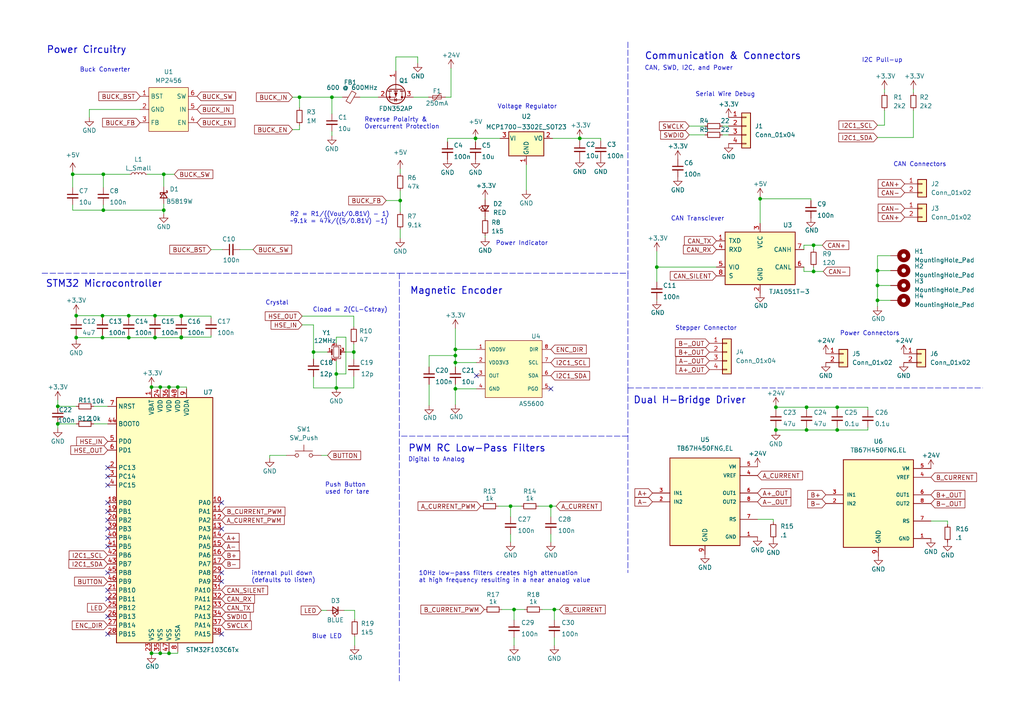
<source format=kicad_sch>
(kicad_sch (version 20211123) (generator eeschema)
  (paper "A4")
  (title_block (title "Closed Loop Stepper Motor Driver Board") (date "2023-01-14") (rev "v1.0") (company "Hunter Ellis"))
  (junction (at 116.078 58.166))
  (junction (at 29.718 91.567))
  (junction (at 159.766 146.812))
  (junction (at 168.148 40.132))
  (junction (at 235.966 78.74))
  (junction (at 22.098 91.567))
  (junction (at 44.958 91.567))
  (junction (at 86.868 28.194))
  (junction (at 132.08 105.156))
  (junction (at 16.764 122.936))
  (junction (at 254.508 78.486))
  (junction (at 52.578 91.567))
  (junction (at 52.578 97.917))
  (junction (at 254.508 87.122))
  (junction (at 132.08 103.124))
  (junction (at 46.482 189.484))
  (junction (at 190.5 77.47))
  (junction (at 160.782 176.784))
  (junction (at 148.082 146.812))
  (junction (at 97.536 108.458))
  (junction (at 233.934 118.11))
  (junction (at 242.824 118.11))
  (junction (at 29.972 60.96))
  (junction (at 46.482 112.268))
  (junction (at 29.718 97.917))
  (junction (at 47.498 60.96))
  (junction (at 47.498 50.546))
  (junction (at 149.098 176.784))
  (junction (at 29.972 50.546))
  (junction (at 21.082 50.546))
  (junction (at 44.958 97.917))
  (junction (at 132.08 101.346))
  (junction (at 43.942 189.484))
  (junction (at 16.764 117.856))
  (junction (at 90.932 102.108))
  (junction (at 37.338 97.917))
  (junction (at 22.098 97.917))
  (junction (at 51.562 112.268))
  (junction (at 102.616 102.108))
  (junction (at 235.966 71.12))
  (junction (at 52.578 91.694))
  (junction (at 242.824 124.714))
  (junction (at 97.536 112.522))
  (junction (at 37.338 91.567))
  (junction (at 132.08 112.776))
  (junction (at 52.578 97.79))
  (junction (at 233.934 124.714))
  (junction (at 43.942 112.268))
  (junction (at 225.044 118.11))
  (junction (at 137.922 40.132))
  (junction (at 49.022 189.484))
  (junction (at 225.044 124.714))
  (junction (at 220.472 57.658))
  (junction (at 96.266 28.194))
  (junction (at 49.022 112.268))
  (junction (at 254.508 82.804))
  (no_connect (at 31.242 153.416))
  (no_connect (at 31.242 135.636))
  (no_connect (at 31.242 173.736))
  (no_connect (at 31.242 138.176))
  (no_connect (at 64.262 168.656))
  (no_connect (at 64.262 145.796))
  (no_connect (at 138.176 108.966))
  (no_connect (at 64.262 183.896))
  (no_connect (at 31.242 166.116))
  (no_connect (at 159.766 112.776))
  (no_connect (at 31.242 171.196))
  (no_connect (at 31.242 178.816))
  (no_connect (at 31.242 183.896))
  (no_connect (at 31.242 140.716))
  (no_connect (at 31.242 145.796))
  (no_connect (at 31.242 148.336))
  (no_connect (at 31.242 155.956))
  (no_connect (at 31.242 158.496))
  (no_connect (at 31.242 150.876))
  (no_connect (at 64.262 153.416))
  (no_connect (at 64.262 166.116))
  (wire (pts (xy 37.338 91.567) (xy 44.958 91.567)))
  (wire (pts (xy 96.266 33.02) (xy 96.266 28.194)))
  (wire (pts (xy 254.508 74.168) (xy 254.508 78.486)))
  (wire (pts (xy 233.934 124.714) (xy 242.824 124.714)))
  (wire (pts (xy 42.672 50.546) (xy 47.498 50.546)))
  (wire (pts (xy 160.782 176.784) (xy 162.306 176.784)))
  (wire (pts (xy 124.46 111.506) (xy 124.46 117.602)))
  (wire (pts (xy 102.87 177.038) (xy 102.87 179.578)))
  (wire (pts (xy 29.718 91.567) (xy 29.718 92.202)))
  (wire (pts (xy 16.764 122.936) (xy 22.098 122.936)))
  (wire (pts (xy 132.08 106.426) (xy 132.08 105.156)))
  (wire (pts (xy 256.54 25.908) (xy 256.54 26.924)))
  (wire (pts (xy 129.286 28.194) (xy 130.81 28.194)))
  (wire (pts (xy 44.958 91.567) (xy 52.578 91.567)))
  (wire (pts (xy 37.338 97.917) (xy 29.718 97.917)))
  (wire (pts (xy 168.148 40.132) (xy 168.148 40.894)))
  (wire (pts (xy 132.08 95.25) (xy 132.08 101.346)))
  (wire (pts (xy 16.764 116.078) (xy 16.764 117.856)))
  (wire (pts (xy 124.46 103.124) (xy 132.08 103.124)))
  (wire (pts (xy 242.824 118.11) (xy 242.824 118.872)))
  (wire (pts (xy 148.082 146.812) (xy 148.082 149.86)))
  (wire (pts (xy 209.55 39.116) (xy 211.328 39.116)))
  (wire (pts (xy 199.898 39.116) (xy 204.47 39.116)))
  (wire (pts (xy 90.932 102.108) (xy 90.932 104.14)))
  (wire (pts (xy 160.782 184.912) (xy 160.782 187.198)))
  (wire (pts (xy 73.406 72.39) (xy 69.596 72.39)))
  (wire (pts (xy 22.098 91.567) (xy 29.718 91.567)))
  (wire (pts (xy 44.958 91.567) (xy 44.958 92.202)))
  (wire (pts (xy 54.102 112.268) (xy 54.102 112.776)))
  (wire (pts (xy 121.158 16.51) (xy 121.158 18.288)))
  (wire (pts (xy 21.082 50.546) (xy 21.082 54.356)))
  (wire (pts (xy 235.204 58.166) (xy 235.204 57.658)))
  (wire (pts (xy 220.472 57.15) (xy 220.472 57.658)))
  (wire (pts (xy 254.508 82.804) (xy 254.508 87.122)))
  (wire (pts (xy 46.482 188.976) (xy 46.482 189.484)))
  (wire (pts (xy 242.824 118.11) (xy 251.714 118.11)))
  (wire (pts (xy 145.034 40.132) (xy 137.922 40.132)))
  (wire (pts (xy 97.536 97.79) (xy 100.33 97.79)))
  (wire (pts (xy 157.226 176.784) (xy 160.782 176.784)))
  (polyline (pts (xy 182.118 126.492) (xy 115.824 126.492)))
  (wire (pts (xy 116.078 66.548) (xy 116.078 69.088)))
  (wire (pts (xy 102.616 109.22) (xy 102.616 112.522)))
  (wire (pts (xy 84.836 28.194) (xy 86.868 28.194)))
  (wire (pts (xy 130.81 19.812) (xy 130.81 28.194)))
  (wire (pts (xy 102.616 102.108) (xy 102.616 104.14)))
  (wire (pts (xy 129.794 40.132) (xy 137.922 40.132)))
  (wire (pts (xy 52.578 97.79) (xy 52.578 97.917)))
  (wire (pts (xy 102.616 91.694) (xy 87.63 91.694)))
  (wire (pts (xy 225.044 124.714) (xy 225.044 123.952)))
  (wire (pts (xy 29.718 91.567) (xy 37.338 91.567)))
  (wire (pts (xy 251.714 118.872) (xy 251.714 118.11)))
  (wire (pts (xy 27.178 122.936) (xy 31.242 122.936)))
  (wire (pts (xy 84.836 37.592) (xy 86.868 37.592)))
  (wire (pts (xy 233.934 123.952) (xy 233.934 124.714)))
  (wire (pts (xy 225.044 124.968) (xy 225.044 124.714)))
  (wire (pts (xy 149.098 176.784) (xy 149.098 179.832)))
  (wire (pts (xy 132.08 103.124) (xy 132.08 105.156)))
  (wire (pts (xy 114.808 16.51) (xy 121.158 16.51)))
  (wire (pts (xy 46.482 189.484) (xy 49.022 189.484)))
  (wire (pts (xy 190.5 86.868) (xy 190.5 87.122)))
  (wire (pts (xy 37.338 91.567) (xy 37.338 92.202)))
  (wire (pts (xy 102.616 99.822) (xy 102.616 102.108)))
  (wire (pts (xy 254.508 87.122) (xy 254.508 88.9)))
  (polyline (pts (xy 12.192 79.248) (xy 115.824 79.248)))
  (wire (pts (xy 29.718 97.917) (xy 22.098 97.917)))
  (wire (pts (xy 47.498 59.182) (xy 47.498 60.96)))
  (wire (pts (xy 47.498 60.96) (xy 47.498 61.976)))
  (wire (pts (xy 43.942 188.976) (xy 43.942 189.484)))
  (wire (pts (xy 254.508 87.122) (xy 258.318 87.122)))
  (wire (pts (xy 159.766 154.94) (xy 159.766 157.226)))
  (wire (pts (xy 225.044 117.856) (xy 225.044 118.11)))
  (wire (pts (xy 90.932 94.234) (xy 87.63 94.234)))
  (wire (pts (xy 190.5 77.47) (xy 207.772 77.47)))
  (wire (pts (xy 43.942 112.268) (xy 46.482 112.268)))
  (wire (pts (xy 22.098 91.567) (xy 22.098 92.202)))
  (wire (pts (xy 52.578 97.917) (xy 44.958 97.917)))
  (wire (pts (xy 148.082 146.812) (xy 151.13 146.812)))
  (wire (pts (xy 114.808 20.574) (xy 114.808 16.51)))
  (wire (pts (xy 86.868 28.194) (xy 96.266 28.194)))
  (wire (pts (xy 242.824 124.714) (xy 251.714 124.714)))
  (wire (pts (xy 97.536 108.458) (xy 97.536 112.522)))
  (wire (pts (xy 233.172 78.74) (xy 235.966 78.74)))
  (wire (pts (xy 44.958 97.282) (xy 44.958 97.917)))
  (wire (pts (xy 116.078 50.292) (xy 116.078 49.022)))
  (wire (pts (xy 132.08 111.506) (xy 132.08 112.776)))
  (wire (pts (xy 94.996 102.108) (xy 90.932 102.108)))
  (wire (pts (xy 78.232 132.08) (xy 83.058 132.08)))
  (polyline (pts (xy 182.118 12.192) (xy 182.118 79.248)))
  (wire (pts (xy 37.338 97.282) (xy 37.338 97.917)))
  (wire (pts (xy 242.824 123.952) (xy 242.824 124.714)))
  (wire (pts (xy 256.54 32.004) (xy 256.54 36.322)))
  (wire (pts (xy 90.932 102.108) (xy 90.932 94.234)))
  (wire (pts (xy 148.082 154.94) (xy 148.082 157.226)))
  (wire (pts (xy 22.098 97.917) (xy 22.098 97.282)))
  (wire (pts (xy 174.244 40.894) (xy 174.244 40.132)))
  (wire (pts (xy 49.022 112.268) (xy 51.562 112.268)))
  (wire (pts (xy 100.33 108.458) (xy 97.536 108.458)))
  (wire (pts (xy 46.482 112.268) (xy 49.022 112.268)))
  (wire (pts (xy 90.932 112.522) (xy 97.536 112.522)))
  (wire (pts (xy 22.098 90.932) (xy 22.098 91.567)))
  (wire (pts (xy 61.214 91.694) (xy 61.214 92.202)))
  (wire (pts (xy 47.498 50.546) (xy 50.546 50.546)))
  (wire (pts (xy 209.55 36.576) (xy 211.328 36.576)))
  (wire (pts (xy 112.014 58.166) (xy 116.078 58.166)))
  (wire (pts (xy 254.508 82.804) (xy 258.318 82.804)))
  (wire (pts (xy 51.562 112.268) (xy 54.102 112.268)))
  (wire (pts (xy 149.098 184.912) (xy 149.098 187.198)))
  (wire (pts (xy 29.972 60.96) (xy 47.498 60.96)))
  (wire (pts (xy 254.508 74.168) (xy 258.318 74.168)))
  (wire (pts (xy 22.098 97.917) (xy 22.098 98.552)))
  (wire (pts (xy 144.526 146.812) (xy 148.082 146.812)))
  (wire (pts (xy 140.716 63.246) (xy 140.716 62.992)))
  (wire (pts (xy 97.536 99.568) (xy 97.536 97.79)))
  (wire (pts (xy 61.214 97.79) (xy 61.214 97.282)))
  (wire (pts (xy 264.922 25.908) (xy 264.922 26.924)))
  (wire (pts (xy 219.71 150.622) (xy 224.282 150.622)))
  (wire (pts (xy 233.172 71.12) (xy 235.966 71.12)))
  (wire (pts (xy 49.022 188.976) (xy 49.022 189.484)))
  (wire (pts (xy 132.08 101.346) (xy 138.176 101.346)))
  (wire (pts (xy 46.482 112.268) (xy 46.482 112.776)))
  (wire (pts (xy 102.616 112.522) (xy 97.536 112.522)))
  (wire (pts (xy 52.578 97.79) (xy 61.214 97.79)))
  (wire (pts (xy 264.922 32.004) (xy 264.922 39.878)))
  (wire (pts (xy 235.966 71.12) (xy 238.506 71.12)))
  (polyline (pts (xy 182.118 79.248) (xy 182.118 112.522)))
  (wire (pts (xy 233.934 118.11) (xy 242.824 118.11)))
  (wire (pts (xy 29.972 50.546) (xy 37.592 50.546)))
  (wire (pts (xy 44.958 97.917) (xy 37.338 97.917)))
  (wire (pts (xy 86.868 36.322) (xy 86.868 37.592)))
  (wire (pts (xy 132.08 112.776) (xy 132.08 117.348)))
  (wire (pts (xy 43.942 112.268) (xy 43.942 112.776)))
  (wire (pts (xy 49.022 189.484) (xy 51.562 189.484)))
  (wire (pts (xy 160.782 176.784) (xy 160.782 179.832)))
  (wire (pts (xy 51.562 189.484) (xy 51.562 188.976)))
  (wire (pts (xy 104.394 28.194) (xy 109.728 28.194)))
  (wire (pts (xy 251.714 123.952) (xy 251.714 124.714)))
  (wire (pts (xy 47.498 50.546) (xy 47.498 54.102)))
  (wire (pts (xy 21.082 60.96) (xy 29.972 60.96)))
  (wire (pts (xy 233.172 77.47) (xy 233.172 78.74)))
  (wire (pts (xy 49.022 112.268) (xy 49.022 112.776)))
  (wire (pts (xy 78.232 132.842) (xy 78.232 132.08)))
  (wire (pts (xy 100.33 97.79) (xy 100.33 108.458)))
  (wire (pts (xy 90.932 109.22) (xy 90.932 112.522)))
  (wire (pts (xy 97.536 104.648) (xy 97.536 108.458)))
  (wire (pts (xy 16.764 117.856) (xy 22.098 117.856)))
  (wire (pts (xy 256.54 36.322) (xy 254.508 36.322)))
  (wire (pts (xy 220.472 57.658) (xy 220.472 64.77)))
  (wire (pts (xy 190.5 72.898) (xy 190.5 77.47)))
  (wire (pts (xy 40.64 31.75) (xy 25.908 31.75)))
  (wire (pts (xy 25.908 31.75) (xy 25.908 34.036)))
  (wire (pts (xy 159.766 146.812) (xy 161.29 146.812)))
  (wire (pts (xy 52.578 91.567) (xy 52.578 91.694)))
  (wire (pts (xy 116.078 58.166) (xy 116.078 61.468)))
  (wire (pts (xy 129.794 40.132) (xy 129.794 41.148)))
  (wire (pts (xy 99.822 177.038) (xy 102.87 177.038)))
  (wire (pts (xy 233.934 118.872) (xy 233.934 118.11)))
  (polyline (pts (xy 182.118 112.522) (xy 284.988 112.522)))
  (wire (pts (xy 27.178 117.856) (xy 31.242 117.856)))
  (wire (pts (xy 258.318 78.486) (xy 254.508 78.486)))
  (wire (pts (xy 233.172 72.39) (xy 233.172 71.12)))
  (wire (pts (xy 61.214 72.39) (xy 64.516 72.39)))
  (wire (pts (xy 254.508 78.486) (xy 254.508 82.804)))
  (wire (pts (xy 86.868 31.242) (xy 86.868 28.194)))
  (wire (pts (xy 132.08 105.156) (xy 138.176 105.156)))
  (wire (pts (xy 102.616 91.694) (xy 102.616 94.742)))
  (wire (pts (xy 96.266 39.37) (xy 96.266 38.1)))
  (wire (pts (xy 43.942 112.014) (xy 43.942 112.268)))
  (wire (pts (xy 21.082 59.436) (xy 21.082 60.96)))
  (wire (pts (xy 225.044 118.11) (xy 233.934 118.11)))
  (wire (pts (xy 160.274 40.132) (xy 168.148 40.132)))
  (wire (pts (xy 132.08 101.346) (xy 132.08 103.124)))
  (wire (pts (xy 21.082 49.784) (xy 21.082 50.546)))
  (wire (pts (xy 93.218 177.038) (xy 94.742 177.038)))
  (wire (pts (xy 16.764 122.936) (xy 16.764 124.206)))
  (wire (pts (xy 138.176 112.776) (xy 132.08 112.776)))
  (wire (pts (xy 224.282 150.622) (xy 224.282 151.384)))
  (wire (pts (xy 43.942 189.484) (xy 46.482 189.484)))
  (polyline (pts (xy 115.824 79.248) (xy 115.824 197.866)))
  (wire (pts (xy 274.828 151.13) (xy 274.828 152.146)))
  (wire (pts (xy 52.578 97.282) (xy 52.578 97.79)))
  (wire (pts (xy 174.244 40.132) (xy 168.148 40.132)))
  (wire (pts (xy 235.966 77.47) (xy 235.966 78.74)))
  (polyline (pts (xy 182.118 112.522) (xy 182.118 126.492)))
  (wire (pts (xy 52.578 91.694) (xy 52.578 92.202)))
  (wire (pts (xy 96.266 28.194) (xy 99.314 28.194)))
  (wire (pts (xy 29.718 97.282) (xy 29.718 97.917)))
  (wire (pts (xy 137.922 40.132) (xy 137.922 41.148)))
  (wire (pts (xy 29.972 50.546) (xy 29.972 54.356)))
  (wire (pts (xy 140.716 57.912) (xy 140.716 57.658)))
  (wire (pts (xy 190.5 77.47) (xy 190.5 81.788)))
  (wire (pts (xy 100.076 102.108) (xy 102.616 102.108)))
  (wire (pts (xy 124.46 103.124) (xy 124.46 106.426)))
  (wire (pts (xy 225.044 118.11) (xy 225.044 118.872)))
  (wire (pts (xy 270.002 151.13) (xy 274.828 151.13)))
  (wire (pts (xy 235.966 78.74) (xy 238.76 78.74)))
  (wire (pts (xy 235.966 71.12) (xy 235.966 72.39)))
  (wire (pts (xy 52.578 91.694) (xy 61.214 91.694)))
  (wire (pts (xy 254.508 39.878) (xy 264.922 39.878)))
  (wire (pts (xy 43.942 189.484) (xy 43.942 189.738)))
  (wire (pts (xy 145.542 176.784) (xy 149.098 176.784)))
  (wire (pts (xy 116.078 55.372) (xy 116.078 58.166)))
  (polyline (pts (xy 115.824 79.248) (xy 182.118 79.248)))
  (wire (pts (xy 235.204 57.658) (xy 220.472 57.658)))
  (wire (pts (xy 21.082 50.546) (xy 29.972 50.546)))
  (polyline (pts (xy 182.118 126.492) (xy 182.118 166.116)))
  (wire (pts (xy 29.972 59.436) (xy 29.972 60.96)))
  (wire (pts (xy 225.044 124.714) (xy 233.934 124.714)))
  (wire (pts (xy 51.562 112.268) (xy 51.562 112.776)))
  (wire (pts (xy 102.87 184.658) (xy 102.87 187.198)))
  (wire (pts (xy 199.898 36.576) (xy 204.47 36.576)))
  (wire (pts (xy 156.21 146.812) (xy 159.766 146.812)))
  (wire (pts (xy 159.766 146.812) (xy 159.766 149.86)))
  (wire (pts (xy 119.888 28.194) (xy 124.206 28.194)))
  (wire (pts (xy 152.654 55.118) (xy 152.654 47.752)))
  (wire (pts (xy 149.098 176.784) (xy 152.146 176.784)))
  (wire (pts (xy 140.716 68.834) (xy 140.716 68.326)))
  (wire (pts (xy 93.218 132.08) (xy 94.996 132.08)))
  (text "CAN, SWD, I2C, and Power" (at 186.944 20.574 0) (effects (font (size 1.27 1.27)) (justify left bottom)))
  (text "Push Button\nused for tare" (at 94.234 143.51 0) (effects (font (size 1.27 1.27)) (justify left bottom)))
  (text "Reverse Polairty & \nOvercurrent Protection" (at 105.664 37.592 0) (effects (font (size 1.27 1.27)) (justify left bottom)))
  (text "CAN Transciever" (at 194.564 64.262 0) (effects (font (size 1.27 1.27)) (justify left bottom)))
  (text "Cload = 2(CL-Cstray)" (at 90.678 90.678 0) (effects (font (size 1.27 1.27)) (justify left bottom)))
  (text "Buck Converter" (at 23.114 21.082 0) (effects (font (size 1.27 1.27)) (justify left bottom)))
  (text "Voltage Regulator" (at 144.272 31.75 0) (effects (font (size 1.27 1.27)) (justify left bottom)))
  (text "Power Connectors" (at 243.586 97.536 0) (effects (font (size 1.27 1.27)) (justify left bottom)))
  (text "Dual H-Bridge Driver" (at 183.642 117.348 0) (effects (font (size 2 2) (thickness 0.254) bold) (justify left bottom)))
  (text "Blue LED" (at 90.424 185.42 0) (effects (font (size 1.27 1.27)) (justify left bottom)))
  (text "Crystal" (at 76.962 88.646 0) (effects (font (size 1.27 1.27)) (justify left bottom)))
  (text "Power Circuitry" (at 13.462 15.748 0) (effects (font (size 2 2) (thickness 0.254) bold) (justify left bottom)))
  (text "Power Indicator" (at 143.764 71.374 0) (effects (font (size 1.27 1.27)) (justify left bottom)))
  (text "internal pull down\n(defaults to listen)" (at 72.898 169.164 0) (effects (font (size 1.27 1.27)) (justify left bottom)))
  (text "Magnetic Encoder" (at 118.872 85.598 0) (effects (font (size 2 2) (thickness 0.254) bold) (justify left bottom)))
  (text "R2 = R1/((Vout/0.81V) - 1)\n~9.1k = 47k/((5/0.81V) -1)" (at 84.074 65.024 0) (effects (font (size 1.27 1.27)) (justify left bottom)))
  (text "STM32 Microcontroller\n" (at 13.208 83.566 0) (effects (font (size 2 2) (thickness 0.254) bold) (justify left bottom)))
  (text "CAN Connectors" (at 259.08 48.514 0) (effects (font (size 1.27 1.27)) (justify left bottom)))
  (text "Communication & Connectors" (at 186.944 17.526 0) (effects (font (size 2 2) (thickness 0.254) bold) (justify left bottom)))
  (text "PWM RC Low-Pass Filters" (at 118.364 131.318 0) (effects (font (size 2 2) (thickness 0.254) bold) (justify left bottom)))
  (text "Serial Wire Debug" (at 201.676 28.194 0) (effects (font (size 1.27 1.27)) (justify left bottom)))
  (text "10Hz low-pass filters creates high attenuation \nat high frequency resulting in a near analog value" (at 121.412 169.164 0) (effects (font (size 1.27 1.27)) (justify left bottom)))
  (text "I2C Pull-up" (at 249.936 18.288 0) (effects (font (size 1.27 1.27)) (justify left bottom)))
  (text "Digital to Analog" (at 118.364 134.112 0) (effects (font (size 1.27 1.27)) (justify left bottom)))
  (text "Stepper Connector" (at 195.834 96.012 0) (effects (font (size 1.27 1.27)) (justify left bottom)))
  (global_label "HSE_IN" (shape input) (at 87.63 94.234 180) (property "Intersheet References" "${INTERSHEET_REFS}" (effects hide)))
  (global_label "A+" (shape input) (at 189.23 143.002 180) (property "Intersheet References" "${INTERSHEET_REFS}" (effects hide)))
  (global_label "I2C1_SCL" (shape input) (at 159.766 105.156 0) (property "Intersheet References" "${INTERSHEET_REFS}" (effects hide)))
  (global_label "BUCK_BST" (shape input) (at 61.214 72.39 180) (property "Intersheet References" "${INTERSHEET_REFS}" (effects hide)))
  (global_label "CAN-" (shape input) (at 262.382 55.88 180) (property "Intersheet References" "${INTERSHEET_REFS}" (effects hide)))
  (global_label "A_CURRENT_PWM" (shape input) (at 64.262 150.876 0) (property "Intersheet References" "${INTERSHEET_REFS}" (effects hide)))
  (global_label "LED" (shape input) (at 31.242 176.276 180) (property "Intersheet References" "${INTERSHEET_REFS}" (effects hide)))
  (global_label "B+" (shape input) (at 239.522 143.51 180) (property "Intersheet References" "${INTERSHEET_REFS}" (effects hide)))
  (global_label "SWCLK" (shape input) (at 64.262 181.356 0) (property "Intersheet References" "${INTERSHEET_REFS}" (effects hide)))
  (global_label "B_CURRENT" (shape input) (at 270.002 138.43 0) (property "Intersheet References" "${INTERSHEET_REFS}" (effects hide)))
  (global_label "B-_OUT" (shape input) (at 270.002 146.05 0) (property "Intersheet References" "${INTERSHEET_REFS}" (effects hide)))
  (global_label "I2C1_SCL" (shape input) (at 254.508 36.322 180) (property "Intersheet References" "${INTERSHEET_REFS}" (effects hide)))
  (global_label "A-_OUT" (shape input) (at 205.74 104.648 180) (property "Intersheet References" "${INTERSHEET_REFS}" (effects hide)))
  (global_label "I2C1_SDA" (shape input) (at 254.508 39.878 180) (property "Intersheet References" "${INTERSHEET_REFS}" (effects hide)))
  (global_label "ENC_DIR" (shape input) (at 31.242 181.356 180) (property "Intersheet References" "${INTERSHEET_REFS}" (effects hide)))
  (global_label "HSE_OUT" (shape input) (at 31.242 130.556 180) (property "Intersheet References" "${INTERSHEET_REFS}" (effects hide)))
  (global_label "A+_OUT" (shape input) (at 205.74 107.188 180) (property "Intersheet References" "${INTERSHEET_REFS}" (effects hide)))
  (global_label "B_CURRENT_PWM" (shape input) (at 140.462 176.784 180) (property "Intersheet References" "${INTERSHEET_REFS}" (effects hide)))
  (global_label "I2C1_SDA" (shape input) (at 31.242 163.576 180) (property "Intersheet References" "${INTERSHEET_REFS}" (effects hide)))
  (global_label "CAN_RX" (shape input) (at 207.772 72.39 180) (property "Intersheet References" "${INTERSHEET_REFS}" (effects hide)))
  (global_label "A-_OUT" (shape input) (at 219.71 145.542 0) (property "Intersheet References" "${INTERSHEET_REFS}" (effects hide)))
  (global_label "A+" (shape input) (at 64.262 155.956 0) (property "Intersheet References" "${INTERSHEET_REFS}" (effects hide)))
  (global_label "SWDIO" (shape input) (at 64.262 178.816 0) (property "Intersheet References" "${INTERSHEET_REFS}" (effects hide)))
  (global_label "CAN_TX" (shape input) (at 207.772 69.85 180) (property "Intersheet References" "${INTERSHEET_REFS}" (effects hide)))
  (global_label "B-_OUT" (shape input) (at 205.74 99.568 180) (property "Intersheet References" "${INTERSHEET_REFS}" (effects hide)))
  (global_label "BUCK_IN" (shape input) (at 57.15 31.75 0) (property "Intersheet References" "${INTERSHEET_REFS}" (effects hide)))
  (global_label "A+_OUT" (shape input) (at 219.71 143.002 0) (property "Intersheet References" "${INTERSHEET_REFS}" (effects hide)))
  (global_label "A-" (shape input) (at 189.23 145.542 180) (property "Intersheet References" "${INTERSHEET_REFS}" (effects hide)))
  (global_label "CAN+" (shape input) (at 262.382 62.992 180) (property "Intersheet References" "${INTERSHEET_REFS}" (effects hide)))
  (global_label "BUCK_FB" (shape input) (at 112.014 58.166 180) (property "Intersheet References" "${INTERSHEET_REFS}" (effects hide)))
  (global_label "B-" (shape input) (at 239.522 146.05 180) (property "Intersheet References" "${INTERSHEET_REFS}" (effects hide)))
  (global_label "HSE_OUT" (shape input) (at 87.63 91.694 180) (property "Intersheet References" "${INTERSHEET_REFS}" (effects hide)))
  (global_label "BUCK_IN" (shape input) (at 84.836 28.194 180) (property "Intersheet References" "${INTERSHEET_REFS}" (effects hide)))
  (global_label "B_CURRENT" (shape input) (at 162.306 176.784 0) (property "Intersheet References" "${INTERSHEET_REFS}" (effects hide)))
  (global_label "BUCK_SW" (shape input) (at 50.546 50.546 0) (property "Intersheet References" "${INTERSHEET_REFS}" (effects hide)))
  (global_label "BUCK_EN" (shape input) (at 84.836 37.592 180) (property "Intersheet References" "${INTERSHEET_REFS}" (effects hide)))
  (global_label "CAN_RX" (shape input) (at 64.262 173.736 0) (property "Intersheet References" "${INTERSHEET_REFS}" (effects hide)))
  (global_label "BUCK_SW" (shape input) (at 57.15 27.94 0) (property "Intersheet References" "${INTERSHEET_REFS}" (effects hide)))
  (global_label "CAN_SILENT" (shape input) (at 207.772 80.01 180) (property "Intersheet References" "${INTERSHEET_REFS}" (effects hide)))
  (global_label "BUTTON" (shape input) (at 31.242 168.656 180) (property "Intersheet References" "${INTERSHEET_REFS}" (effects hide)))
  (global_label "CAN_SILENT" (shape input) (at 64.262 171.196 0) (property "Intersheet References" "${INTERSHEET_REFS}" (effects hide)))
  (global_label "A_CURRENT" (shape input) (at 219.71 137.922 0) (property "Intersheet References" "${INTERSHEET_REFS}" (effects hide)))
  (global_label "B+_OUT" (shape input) (at 205.74 102.108 180) (property "Intersheet References" "${INTERSHEET_REFS}" (effects hide)))
  (global_label "SWDIO" (shape input) (at 199.898 39.116 180) (property "Intersheet References" "${INTERSHEET_REFS}" (effects hide)))
  (global_label "CAN-" (shape input) (at 262.382 60.452 180) (property "Intersheet References" "${INTERSHEET_REFS}" (effects hide)))
  (global_label "I2C1_SCL" (shape input) (at 31.242 161.036 180) (property "Intersheet References" "${INTERSHEET_REFS}" (effects hide)))
  (global_label "A-" (shape input) (at 64.262 158.496 0) (property "Intersheet References" "${INTERSHEET_REFS}" (effects hide)))
  (global_label "CAN+" (shape input) (at 238.506 71.12 0) (property "Intersheet References" "${INTERSHEET_REFS}" (effects hide)))
  (global_label "SWCLK" (shape input) (at 199.898 36.576 180) (property "Intersheet References" "${INTERSHEET_REFS}" (effects hide)))
  (global_label "BUCK_SW" (shape input) (at 73.406 72.39 0) (property "Intersheet References" "${INTERSHEET_REFS}" (effects hide)))
  (global_label "A_CURRENT" (shape input) (at 161.29 146.812 0) (property "Intersheet References" "${INTERSHEET_REFS}" (effects hide)))
  (global_label "B+" (shape input) (at 64.262 161.036 0) (property "Intersheet References" "${INTERSHEET_REFS}" (effects hide)))
  (global_label "B+_OUT" (shape input) (at 270.002 143.51 0) (property "Intersheet References" "${INTERSHEET_REFS}" (effects hide)))
  (global_label "BUCK_EN" (shape input) (at 57.15 35.56 0) (property "Intersheet References" "${INTERSHEET_REFS}" (effects hide)))
  (global_label "ENC_DIR" (shape input) (at 159.766 101.346 0) (property "Intersheet References" "${INTERSHEET_REFS}" (effects hide)))
  (global_label "I2C1_SDA" (shape input) (at 159.766 108.966 0) (property "Intersheet References" "${INTERSHEET_REFS}" (effects hide)))
  (global_label "CAN_TX" (shape input) (at 64.262 176.276 0) (property "Intersheet References" "${INTERSHEET_REFS}" (effects hide)))
  (global_label "BUCK_BST" (shape input) (at 40.64 27.94 180) (property "Intersheet References" "${INTERSHEET_REFS}" (effects hide)))
  (global_label "B-" (shape input) (at 64.262 163.576 0) (property "Intersheet References" "${INTERSHEET_REFS}" (effects hide)))
  (global_label "CAN-" (shape input) (at 238.76 78.74 0) (property "Intersheet References" "${INTERSHEET_REFS}" (effects hide)))
  (global_label "HSE_IN" (shape input) (at 31.242 128.016 180) (property "Intersheet References" "${INTERSHEET_REFS}" (effects hide)))
  (global_label "BUCK_FB" (shape input) (at 40.64 35.56 180) (property "Intersheet References" "${INTERSHEET_REFS}" (effects hide)))
  (global_label "CAN+" (shape input) (at 262.382 53.34 180) (property "Intersheet References" "${INTERSHEET_REFS}" (effects hide)))
  (global_label "A_CURRENT_PWM" (shape input) (at 139.446 146.812 180) (property "Intersheet References" "${INTERSHEET_REFS}" (effects hide)))
  (global_label "BUTTON" (shape input) (at 94.996 132.08 0) (property "Intersheet References" "${INTERSHEET_REFS}" (effects hide)))
  (global_label "B_CURRENT_PWM" (shape input) (at 64.262 148.336 0) (property "Intersheet References" "${INTERSHEET_REFS}" (effects hide)))
  (global_label "LED" (shape input) (at 93.218 177.038 180) (property "Intersheet References" "${INTERSHEET_REFS}" (effects hide)))
  (symbol (lib_id "Device:R_Small") (at 141.986 146.812 90) (unit 1)
    (property "Reference" "R13" (at 141.986 142.494 90))
    (property "Value" "1k" (at 141.986 144.526 90))
    (property "Footprint" "Resistor_SMD:R_0402_1005Metric" (effects hide))
  )
  (symbol (lib_id "Device:C_Small") (at 148.082 152.4 0) (unit 1)
    (property "Reference" "C27" (at 150.114 150.622 0) (effects (justify left)))
    (property "Value" "100n" (at 150.114 153.924 0) (effects (justify left)))
    (property "Footprint" "Capacitor_SMD:C_0402_1005Metric" (effects hide))
  )
  (symbol (lib_id "power:+24V") (at 130.81 19.812 0) (unit 1)
    (property "Reference" "#PWR02" (effects hide))
    (property "Value" "+24V" (at 130.81 16.002 0))
  )
  (symbol (lib_id "power:GND") (at 168.148 45.974 0) (unit 1)
    (property "Reference" "#PWR011" (effects hide))
    (property "Value" "GND" (at 168.148 49.784 0))
  )
  (symbol (lib_id "Device:R_Small") (at 154.686 176.784 90) (unit 1)
    (property "Reference" "R18" (at 154.686 172.466 90))
    (property "Value" "1k" (at 154.686 174.498 90))
    (property "Footprint" "Resistor_SMD:R_0402_1005Metric" (effects hide))
  )
  (symbol (lib_id "Device:C_Small") (at 168.148 43.434 0) (unit 1)
    (property "Reference" "C2" (at 169.926 41.91 0) (effects (justify left)))
    (property "Value" "10u" (at 169.926 45.212 0) (effects (justify left)))
    (property "Footprint" "Capacitor_SMD:C_0603_1608Metric" (effects hide))
  )
  (symbol (lib_id "power:+5V") (at 116.078 49.022 0) (unit 1)
    (property "Reference" "#PWR016" (effects hide))
    (property "Value" "+5V" (at 116.078 44.196 0))
  )
  (symbol (lib_id "Device:FerriteBead_Small") (at 101.854 28.194 90) (unit 1)
    (property "Reference" "FB1" (at 101.6 23.876 90))
    (property "Value" "600 @ 600MHz" (at 102.108 25.4 90))
    (property "Footprint" "Inductor_SMD:L_0805_2012Metric" (effects hide))
  )
  (symbol (lib_id "power:+3.3V") (at 190.5 72.898 0) (unit 1)
    (property "Reference" "#PWR026" (effects hide))
    (property "Value" "+3.3V" (at 190.754 69.088 0))
  )
  (symbol (lib_id "power:GND") (at 137.922 46.228 0) (unit 1)
    (property "Reference" "#PWR014" (effects hide))
    (property "Value" "GND" (at 137.922 50.038 0))
  )
  (symbol (lib_id "Device:L_Small") (at 40.132 50.546 90) (unit 1)
    (property "Reference" "L1" (at 40.132 46.228 90))
    (property "Value" "L_Small" (at 40.132 48.768 90))
    (property "Footprint" "Inductor_SMD:L_Sunlord_MWSA0518_5.4x5.2mm" (effects hide))
  )
  (symbol (lib_id "Switch:SW_Push") (at 88.138 132.08 0) (unit 1)
    (property "Reference" "SW1" (at 88.138 124.46 0))
    (property "Value" "SW_Push" (at 88.138 127 0))
    (property "Footprint" "Button_Switch_SMD:SW_SPST_TL3305B" (effects hide))
  )
  (symbol (lib_id "Device:Crystal_GND24_Small") (at 97.536 102.108 0) (unit 1)
    (property "Reference" "Y1" (at 94.742 96.52 0))
    (property "Value" "12MHz" (at 94.234 98.806 0))
    (property "Footprint" "Crystal:Crystal_SMD_3225-4Pin_3.2x2.5mm" (effects hide))
  )
  (symbol (lib_id "power:GND") (at 239.522 105.156 0) (unit 1)
    (property "Reference" "#PWR035" (effects hide))
    (property "Value" "GND" (at 239.522 108.966 0))
  )
  (symbol (lib_id "power:GND") (at 152.654 55.118 0) (unit 1)
    (property "Reference" "#PWR019" (effects hide))
    (property "Value" "GND" (at 152.654 58.928 0))
  )
  (symbol (lib_id "Device:R_Small") (at 256.54 29.464 0) (unit 1)
    (property "Reference" "R1" (at 259.08 28.1939 0) (effects (justify left)))
    (property "Value" "2k2" (at 259.08 30.7339 0) (effects (justify left)))
    (property "Footprint" "Resistor_SMD:R_0603_1608Metric" (effects hide))
  )
  (symbol (lib_id "Mechanical:MountingHole_Pad") (at 260.858 87.122 270) (unit 1)
    (property "Reference" "H4" (at 265.176 85.8519 90) (effects (justify left)))
    (property "Value" "MountingHole_Pad" (at 265.176 88.3919 90) (effects (justify left)))
    (property "Footprint" "MountingHole:MountingHole_3.2mm_M3_Pad_Via" (effects hide))
  )
  (symbol (lib_id "power:GND") (at 235.204 63.246 0) (unit 1)
    (property "Reference" "#PWR023" (effects hide))
    (property "Value" "GND" (at 235.458 66.802 0))
  )
  (symbol (lib_id "power:+24V") (at 225.044 117.856 0) (unit 1)
    (property "Reference" "#PWR042" (effects hide))
    (property "Value" "+24V" (at 225.044 114.046 0))
  )
  (symbol (lib_id "Device:D_Schottky_Small") (at 47.498 56.642 270) (unit 1)
    (property "Reference" "D1" (at 50.546 54.864 90))
    (property "Value" "B5819W" (at 52.07 58.42 90))
    (property "Footprint" "Diode_SMD:D_SOD-123" (effects hide))
  )
  (symbol (lib_id "power:GND") (at 78.232 132.842 0) (unit 1)
    (property "Reference" "#PWR045" (effects hide))
    (property "Value" "GND" (at 78.232 136.652 0))
  )
  (symbol (lib_id "Device:R_Small") (at 86.868 33.782 0) (unit 1)
    (property "Reference" "R3" (at 88.9 32.5119 0) (effects (justify left)))
    (property "Value" "1M" (at 88.9 35.0519 0) (effects (justify left)))
    (property "Footprint" "Resistor_SMD:R_1206_3216Metric" (effects hide))
  )
  (symbol (lib_id "Device:R_Small") (at 140.716 65.786 0) (unit 1)
    (property "Reference" "R8" (at 142.494 64.5159 0) (effects (justify left)))
    (property "Value" "1k5" (at 142.494 67.0559 0) (effects (justify left)))
    (property "Footprint" "Resistor_SMD:R_0603_1608Metric" (effects hide))
  )
  (symbol (lib_id "power:+3.3V") (at 264.922 25.908 0) (unit 1)
    (property "Reference" "#PWR04" (effects hide))
    (property "Value" "+3.3V" (at 265.176 22.098 0))
  )
  (symbol (lib_id "power:+3.3V") (at 22.098 90.932 0) (unit 1)
    (property "Reference" "#PWR030" (effects hide))
    (property "Value" "+3.3V" (at 22.098 87.122 0))
  )
  (symbol (lib_id "Device:LED_Small") (at 140.716 60.452 90) (unit 1)
    (property "Reference" "D2" (at 143.002 59.1184 90) (effects (justify right)))
    (property "Value" "RED" (at 143.002 61.6584 90) (effects (justify right)))
    (property "Footprint" "LED_SMD:LED_0603_1608Metric" (effects hide))
  )
  (symbol (lib_id "Device:C_Small") (at 90.932 106.68 0) (unit 1)
    (property "Reference" "C18" (at 92.71 105.156 0) (effects (justify left)))
    (property "Value" "12p" (at 92.71 108.458 0) (effects (justify left)))
    (property "Footprint" "Capacitor_SMD:C_0402_1005Metric" (effects hide))
  )
  (symbol (lib_id "Connector_Generic:Conn_01x02") (at 267.208 102.616 0) (unit 1)
    (property "Reference" "J6" (at 269.748 102.6159 0) (effects (justify left)))
    (property "Value" "Conn_01x02" (at 269.748 105.1559 0) (effects (justify left)))
    (property "Footprint" "StepperConnections:24V Split Power Connection" (effects hide))
  )
  (symbol (lib_id "power:GND") (at 274.828 157.226 0) (unit 1)
    (property "Reference" "#PWR053" (effects hide))
    (property "Value" "GND" (at 274.828 161.036 0))
  )
  (symbol (lib_id "power:GND") (at 149.098 187.198 0) (unit 1)
    (property "Reference" "#PWR057" (effects hide))
    (property "Value" "GND" (at 149.098 191.008 0))
  )
  (symbol (lib_id "power:GND") (at 270.002 156.21 0) (unit 1)
    (property "Reference" "#PWR049" (effects hide))
    (property "Value" "GND" (at 270.002 160.02 0))
  )
  (symbol (lib_id "power:GND") (at 97.536 112.522 0) (unit 1)
    (property "Reference" "#PWR038" (effects hide))
    (property "Value" "GND" (at 97.536 116.332 0))
  )
  (symbol (lib_id "Transistor_FET:AO3401A") (at 114.808 25.654 270) (unit 1)
    (property "Reference" "Q1" (at 117.094 23.368 90))
    (property "Value" "FDN352AP" (at 114.808 31.496 90))
    (property "Footprint" "Package_TO_SOT_SMD:SuperSOT-3" (effects hide))
    (property "Datasheet" "http://www.aosmd.com/pdfs/datasheet/AO3401A.pdf" (effects hide))
  )
  (symbol (lib_id "Device:R_Small") (at 235.966 74.93 0) (unit 1)
    (property "Reference" "R9" (at 238.506 73.6599 0) (effects (justify left)))
    (property "Value" "120" (at 238.506 76.1999 0) (effects (justify left)))
    (property "Footprint" "Resistor_SMD:R_0603_1608Metric" (effects hide))
  )
  (symbol (lib_id "Device:R_Small") (at 207.01 39.116 90) (unit 1)
    (property "Reference" "R5" (at 204.216 37.592 90))
    (property "Value" "22" (at 210.312 37.592 90))
    (property "Footprint" "Resistor_SMD:R_0402_1005Metric" (effects hide))
  )
  (symbol (lib_id "power:GND") (at 219.71 155.702 0) (unit 1)
    (property "Reference" "#PWR048" (effects hide))
    (property "Value" "GND" (at 219.71 159.512 0))
  )
  (symbol (lib_id "Device:R_Small") (at 264.922 29.464 0) (unit 1)
    (property "Reference" "R2" (at 266.7 28.1939 0) (effects (justify left)))
    (property "Value" "2k2" (at 266.7 30.7339 0) (effects (justify left)))
    (property "Footprint" "Resistor_SMD:R_0603_1608Metric" (effects hide))
  )
  (symbol (lib_id "Device:C_Small") (at 16.764 120.396 0) (unit 1)
    (property "Reference" "C22" (at 17.018 118.872 0) (effects (justify left)))
    (property "Value" "100n" (at 16.764 121.92 0) (effects (justify left)))
    (property "Footprint" "Capacitor_SMD:C_0402_1005Metric" (effects hide))
  )
  (symbol (lib_id "power:GND") (at 204.47 160.782 0) (unit 1)
    (property "Reference" "#PWR054" (effects hide))
    (property "Value" "GND" (at 204.47 164.592 0))
  )
  (symbol (lib_id "Device:Polyfuse_Small") (at 126.746 28.194 270) (unit 1)
    (property "Reference" "F1" (at 126.746 26.416 90))
    (property "Value" "250mA" (at 126.746 29.972 90))
    (property "Footprint" "Fuse:Fuse_1206_3216Metric" (effects hide))
  )
  (symbol (lib_id "Device:C_Small") (at 29.972 56.896 0) (unit 1)
    (property "Reference" "C8" (at 31.75 55.372 0) (effects (justify left)))
    (property "Value" "100n" (at 31.75 58.674 0) (effects (justify left)))
    (property "Footprint" "Capacitor_SMD:C_0603_1608Metric" (effects hide))
  )
  (symbol (lib_id "TB67H450FNG_EL:TB67H450FNG,EL") (at 254.762 146.05 0) (unit 1)
    (property "Reference" "U6" (at 254.762 128.016 0))
    (property "Value" "TB67H450FNG,EL" (at 254.762 130.556 0))
    (property "Footprint" "TB67H450FNG_EL:SOIC127P599X175-9N" (effects hide))
    (property "MAXIMUM_PACKAGE_HEIGHT" "1.75 mm" (effects hide))
    (property "SNAPEDA_PN" "TB67H450FNG,EL" (effects hide))
    (property "PARTREV" "3.0" (effects hide))
    (property "STANDARD" "IPC-7351B" (effects hide))
    (property "MANUFACTURER" "Toshiba Semiconductor and Storage" (effects hide))
  )
  (symbol (lib_id "power:GND") (at 22.098 98.552 0) (unit 1)
    (property "Reference" "#PWR032" (effects hide))
    (property "Value" "GND" (at 22.098 102.362 0))
  )
  (symbol (lib_id "TB67H450FNG_EL:TB67H450FNG,EL") (at 204.47 145.542 0) (unit 1)
    (property "Reference" "U5" (at 204.47 127.508 0))
    (property "Value" "TB67H450FNG,EL" (at 204.47 130.048 0))
    (property "Footprint" "TB67H450FNG_EL:SOIC127P599X175-9N" (effects hide))
    (property "MAXIMUM_PACKAGE_HEIGHT" "1.75 mm" (effects hide))
    (property "SNAPEDA_PN" "TB67H450FNG,EL" (effects hide))
    (property "PARTREV" "3.0" (effects hide))
    (property "STANDARD" "IPC-7351B" (effects hide))
    (property "MANUFACTURER" "Toshiba Semiconductor and Storage" (effects hide))
  )
  (symbol (lib_id "Device:C_Small") (at 102.616 106.68 0) (unit 1)
    (property "Reference" "C19" (at 104.394 105.156 0) (effects (justify left)))
    (property "Value" "12p" (at 104.648 108.458 0) (effects (justify left)))
    (property "Footprint" "Capacitor_SMD:C_0402_1005Metric" (effects hide))
  )
  (symbol (lib_id "power:+3.3V") (at 132.08 95.25 0) (unit 1)
    (property "Reference" "#PWR031" (effects hide))
    (property "Value" "+3.3V" (at 132.08 91.44 0))
  )
  (symbol (lib_id "Device:C_Small") (at 21.082 56.896 0) (unit 1)
    (property "Reference" "C7" (at 22.86 55.372 0) (effects (justify left)))
    (property "Value" "10u" (at 22.86 58.674 0) (effects (justify left)))
    (property "Footprint" "Capacitor_SMD:C_0603_1608Metric" (effects hide))
  )
  (symbol (lib_id "power:GND") (at 224.282 156.464 0) (unit 1)
    (property "Reference" "#PWR050" (effects hide))
    (property "Value" "GND" (at 224.282 160.274 0))
  )
  (symbol (lib_id "power:GND") (at 102.87 187.198 0) (unit 1)
    (property "Reference" "#PWR056" (effects hide))
    (property "Value" "GND" (at 103.124 190.754 0))
  )
  (symbol (lib_id "power:+5V") (at 220.472 57.15 0) (unit 1)
    (property "Reference" "#PWR020" (effects hide))
    (property "Value" "+5V" (at 220.472 53.34 0))
  )
  (symbol (lib_id "Device:C_Small") (at 132.08 108.966 0) (unit 1)
    (property "Reference" "C21" (at 133.858 107.442 0) (effects (justify left)))
    (property "Value" "10u" (at 133.858 110.744 0) (effects (justify left)))
    (property "Footprint" "Capacitor_SMD:C_0402_1005Metric" (effects hide))
  )
  (symbol (lib_id "Device:C_Small") (at 160.782 182.372 0) (unit 1)
    (property "Reference" "C30" (at 162.814 180.594 0) (effects (justify left)))
    (property "Value" "100n" (at 162.814 183.896 0) (effects (justify left)))
    (property "Footprint" "Capacitor_SMD:C_0402_1005Metric" (effects hide))
  )
  (symbol (lib_id "Device:R_Small") (at 224.282 153.924 0) (unit 1)
    (property "Reference" "R15" (at 226.314 152.6539 0) (effects (justify left)))
    (property "Value" ".1" (at 226.314 155.1939 0) (effects (justify left)))
    (property "Footprint" "Resistor_SMD:R_1206_3216Metric" (effects hide))
  )
  (symbol (lib_id "Mechanical:MountingHole_Pad") (at 260.858 82.804 270) (unit 1)
    (property "Reference" "H3" (at 265.176 81.5339 90) (effects (justify left)))
    (property "Value" "MountingHole_Pad" (at 265.176 84.0739 90) (effects (justify left)))
    (property "Footprint" "MountingHole:MountingHole_3.2mm_M3_Pad_Via" (effects hide))
  )
  (symbol (lib_id "Connector_Generic:Conn_01x02") (at 267.462 53.34 0) (unit 1)
    (property "Reference" "J2" (at 270.002 53.3399 0) (effects (justify left)))
    (property "Value" "Conn_01x02" (at 270.002 55.8799 0) (effects (justify left)))
    (property "Footprint" "Connector_Molex:Molex_PicoBlade_53048-0210_1x02_P1.25mm_Horizontal" (effects hide))
  )
  (symbol (lib_id "power:+3.3V") (at 16.764 116.078 0) (unit 1)
    (property "Reference" "#PWR039" (effects hide))
    (property "Value" "+3.3V" (at 16.764 112.268 0))
  )
  (symbol (lib_id "power:GND") (at 254.508 88.9 0) (unit 1)
    (property "Reference" "#PWR029" (effects hide))
    (property "Value" "GND" (at 254.762 92.456 0))
  )
  (symbol (lib_id "Device:C_Small") (at 44.958 94.742 0) (unit 1)
    (property "Reference" "C15" (at 46.736 93.218 0) (effects (justify left)))
    (property "Value" "100n" (at 46.736 96.52 0) (effects (justify left)))
    (property "Footprint" "Capacitor_SMD:C_0402_1005Metric" (effects hide))
  )
  (symbol (lib_id "power:+3.3V") (at 43.942 112.014 0) (unit 1)
    (property "Reference" "#PWR037" (effects hide))
    (property "Value" "+3.3V" (at 44.196 108.204 0))
  )
  (symbol (lib_id "power:GND") (at 211.328 41.656 0) (unit 1)
    (property "Reference" "#PWR010" (effects hide))
    (property "Value" "GND" (at 211.328 45.466 0))
  )
  (symbol (lib_id "AS5600:AS5600") (at 148.336 107.696 0) (unit 1)
    (property "Reference" "U4" (at 155.448 97.536 0))
    (property "Value" "AS5600" (at 154.178 117.094 0))
    (property "Footprint" "Package_SO:SOIC-8_3.9x4.9mm_P1.27mm" (effects hide))
  )
  (symbol (lib_id "power:GND") (at 174.244 45.974 0) (unit 1)
    (property "Reference" "#PWR012" (effects hide))
    (property "Value" "GND" (at 174.244 49.784 0))
  )
  (symbol (lib_id "power:+3.3V") (at 196.596 46.228 0) (unit 1)
    (property "Reference" "#PWR015" (effects hide))
    (property "Value" "+3.3V" (at 196.596 42.418 0))
  )
  (symbol (lib_id "Device:C_Small") (at 190.5 84.328 0) (unit 1)
    (property "Reference" "C11" (at 192.278 82.804 0) (effects (justify left)))
    (property "Value" "100n" (at 192.278 86.106 0) (effects (justify left)))
    (property "Footprint" "Capacitor_SMD:C_0402_1005Metric" (effects hide))
  )
  (symbol (lib_id "power:GND") (at 16.764 124.206 0) (unit 1)
    (property "Reference" "#PWR043" (effects hide))
    (property "Value" "GND" (at 16.764 128.016 0))
  )
  (symbol (lib_id "power:+3.3V") (at 256.54 25.908 0) (unit 1)
    (property "Reference" "#PWR03" (effects hide))
    (property "Value" "+3.3V" (at 256.794 22.098 0))
  )
  (symbol (lib_id "Mechanical:MountingHole_Pad") (at 260.858 78.486 270) (unit 1)
    (property "Reference" "H2" (at 265.176 77.2159 90) (effects (justify left)))
    (property "Value" "MountingHole_Pad" (at 265.176 79.7559 90) (effects (justify left)))
    (property "Footprint" "MountingHole:MountingHole_3.2mm_M3_Pad_Via" (effects hide))
  )
  (symbol (lib_id "Device:R_Small") (at 274.828 154.686 0) (unit 1)
    (property "Reference" "R16" (at 277.114 153.4159 0) (effects (justify left)))
    (property "Value" ".1" (at 277.114 155.9559 0) (effects (justify left)))
    (property "Footprint" "Resistor_SMD:R_1206_3216Metric" (effects hide))
  )
  (symbol (lib_id "Device:C_Small") (at 61.214 94.742 0) (unit 1)
    (property "Reference" "C17" (at 62.992 93.218 0) (effects (justify left)))
    (property "Value" "100n" (at 62.992 96.52 0) (effects (justify left)))
    (property "Footprint" "Capacitor_SMD:C_0402_1005Metric" (effects hide))
  )
  (symbol (lib_id "Device:C_Small") (at 174.244 43.434 0) (unit 1)
    (property "Reference" "C3" (at 176.022 41.91 0) (effects (justify left)))
    (property "Value" "100n" (at 176.022 45.212 0) (effects (justify left)))
    (property "Footprint" "Capacitor_SMD:C_0603_1608Metric" (effects hide))
  )
  (symbol (lib_id "power:GND") (at 159.766 157.226 0) (unit 1)
    (property "Reference" "#PWR052" (effects hide))
    (property "Value" "GND" (at 159.766 161.036 0))
  )
  (symbol (lib_id "Connector_Generic:Conn_01x04") (at 216.408 36.576 0) (unit 1)
    (property "Reference" "J1" (at 218.948 36.5759 0) (effects (justify left)))
    (property "Value" "Conn_01x04" (at 218.948 39.1159 0) (effects (justify left)))
    (property "Footprint" "Connector_PinHeader_2.54mm:PinHeader_1x04_P2.54mm_Vertical" (effects hide))
  )
  (symbol (lib_id "power:+5V") (at 21.082 49.784 0) (unit 1)
    (property "Reference" "#PWR017" (effects hide))
    (property "Value" "+5V" (at 21.082 44.958 0))
  )
  (symbol (lib_id "Device:R_Small") (at 143.002 176.784 90) (unit 1)
    (property "Reference" "R17" (at 143.002 172.466 90))
    (property "Value" "1k" (at 143.002 174.498 90))
    (property "Footprint" "Resistor_SMD:R_0402_1005Metric" (effects hide))
  )
  (symbol (lib_id "power:GND") (at 124.46 117.602 0) (unit 1)
    (property "Reference" "#PWR041" (effects hide))
    (property "Value" "GND" (at 124.714 121.158 0))
  )
  (symbol (lib_id "Device:R_Small") (at 153.67 146.812 90) (unit 1)
    (property "Reference" "R14" (at 153.67 142.494 90))
    (property "Value" "1k" (at 153.67 144.526 90))
    (property "Footprint" "Resistor_SMD:R_0402_1005Metric" (effects hide))
  )
  (symbol (lib_id "Device:C_Small") (at 251.714 121.412 0) (unit 1)
    (property "Reference" "C26" (at 253.746 119.634 0) (effects (justify left)))
    (property "Value" "0.1u" (at 253.746 122.936 0) (effects (justify left)))
    (property "Footprint" "Capacitor_SMD:C_1206_3216Metric" (effects hide))
  )
  (symbol (lib_id "Device:C_Small") (at 235.204 60.706 0) (unit 1)
    (property "Reference" "C9" (at 236.982 59.182 0) (effects (justify left)))
    (property "Value" "100n" (at 236.982 62.484 0) (effects (justify left)))
    (property "Footprint" "Capacitor_SMD:C_0402_1005Metric" (effects hide))
  )
  (symbol (lib_id "Device:R_Small") (at 24.638 117.856 90) (unit 1)
    (property "Reference" "R11" (at 24.638 116.078 90))
    (property "Value" "10k" (at 28.448 116.332 90))
    (property "Footprint" "Resistor_SMD:R_0402_1005Metric" (effects hide))
  )
  (symbol (lib_id "power:GND") (at 116.078 69.088 0) (unit 1)
    (property "Reference" "#PWR025" (effects hide))
    (property "Value" "GND" (at 116.078 72.898 0))
  )
  (symbol (lib_id "Device:R_Small") (at 116.078 64.008 0) (unit 1)
    (property "Reference" "R7" (at 118.11 62.7379 0) (effects (justify left)))
    (property "Value" "9.1k" (at 118.11 65.2779 0) (effects (justify left)))
    (property "Footprint" "Resistor_SMD:R_0603_1608Metric" (effects hide))
  )
  (symbol (lib_id "Mechanical:MountingHole_Pad") (at 260.858 74.168 270) (unit 1)
    (property "Reference" "H1" (at 265.176 72.8979 90) (effects (justify left)))
    (property "Value" "MountingHole_Pad" (at 265.176 75.4379 90) (effects (justify left)))
    (property "Footprint" "MountingHole:MountingHole_3.2mm_M3_Pad_Via" (effects hide))
  )
  (symbol (lib_id "power:+24V") (at 262.128 102.616 0) (unit 1)
    (property "Reference" "#PWR034" (effects hide))
    (property "Value" "+24V" (at 262.128 98.806 0))
  )
  (symbol (lib_id "Device:C_Small") (at 37.338 94.742 0) (unit 1)
    (property "Reference" "C14" (at 39.116 93.218 0) (effects (justify left)))
    (property "Value" "100n" (at 39.116 96.52 0) (effects (justify left)))
    (property "Footprint" "Capacitor_SMD:C_0402_1005Metric" (effects hide))
  )
  (symbol (lib_id "Device:C_Small") (at 29.718 94.742 0) (unit 1)
    (property "Reference" "C13" (at 31.496 93.218 0) (effects (justify left)))
    (property "Value" "100n" (at 31.496 96.52 0) (effects (justify left)))
    (property "Footprint" "Capacitor_SMD:C_0402_1005Metric" (effects hide))
  )
  (symbol (lib_id "Device:C_Small") (at 137.922 43.688 0) (unit 1)
    (property "Reference" "C5" (at 139.7 42.164 0) (effects (justify left)))
    (property "Value" "10u" (at 139.7 45.466 0) (effects (justify left)))
    (property "Footprint" "Capacitor_SMD:C_0603_1608Metric" (effects hide))
  )
  (symbol (lib_id "power:+24V") (at 219.71 135.382 0) (unit 1)
    (property "Reference" "#PWR046" (effects hide))
    (property "Value" "+24V" (at 219.71 131.572 0))
  )
  (symbol (lib_id "power:+5V") (at 137.922 40.132 0) (unit 1)
    (property "Reference" "#PWR08" (effects hide))
    (property "Value" "+5V" (at 137.922 35.306 0))
  )
  (symbol (lib_id "power:GND") (at 129.794 46.228 0) (unit 1)
    (property "Reference" "#PWR013" (effects hide))
    (property "Value" "GND" (at 129.794 50.038 0))
  )
  (symbol (lib_id "power:GND") (at 225.044 124.968 0) (unit 1)
    (property "Reference" "#PWR044" (effects hide))
    (property "Value" "GND" (at 225.044 128.778 0))
  )
  (symbol (lib_id "power:GND") (at 148.082 157.226 0) (unit 1)
    (property "Reference" "#PWR051" (effects hide))
    (property "Value" "GND" (at 148.082 161.036 0))
  )
  (symbol (lib_id "Device:R_Small") (at 102.87 182.118 0) (unit 1)
    (property "Reference" "R19" (at 104.648 180.8479 0) (effects (justify left)))
    (property "Value" "1k5" (at 104.648 183.3879 0) (effects (justify left)))
    (property "Footprint" "Resistor_SMD:R_0603_1608Metric" (effects hide))
  )
  (symbol (lib_id "power:GND") (at 140.716 68.834 0) (unit 1)
    (property "Reference" "#PWR024" (effects hide))
    (property "Value" "GND" (at 140.716 72.644 0))
  )
  (symbol (lib_id "power:+3.3V") (at 168.148 40.132 0) (unit 1)
    (property "Reference" "#PWR09" (effects hide))
    (property "Value" "+3.3V" (at 168.402 36.322 0))
  )
  (symbol (lib_id "Device:C_Small") (at 196.596 48.768 0) (unit 1)
    (property "Reference" "C6" (at 198.374 47.244 0) (effects (justify left)))
    (property "Value" "100n" (at 198.374 50.546 0) (effects (justify left)))
    (property "Footprint" "Capacitor_SMD:C_0402_1005Metric" (effects hide))
  )
  (symbol (lib_id "Device:C_Small") (at 52.578 94.742 0) (unit 1)
    (property "Reference" "C16" (at 54.356 93.218 0) (effects (justify left)))
    (property "Value" "100n" (at 54.356 96.52 0) (effects (justify left)))
    (property "Footprint" "Capacitor_SMD:C_0402_1005Metric" (effects hide))
  )
  (symbol (lib_id "power:+3.3V") (at 211.328 34.036 0) (unit 1)
    (property "Reference" "#PWR06" (effects hide))
    (property "Value" "+3.3V" (at 211.328 30.226 0))
  )
  (symbol (lib_id "power:GND") (at 160.782 187.198 0) (unit 1)
    (property "Reference" "#PWR058" (effects hide))
    (property "Value" "GND" (at 160.782 191.008 0))
  )
  (symbol (lib_id "Device:C_Small") (at 159.766 152.4 0) (unit 1)
    (property "Reference" "C28" (at 161.798 150.622 0) (effects (justify left)))
    (property "Value" "100n" (at 161.798 153.924 0) (effects (justify left)))
    (property "Footprint" "Capacitor_SMD:C_0402_1005Metric" (effects hide))
  )
  (symbol (lib_id "Interface_CAN_LIN:TJA1051T-3") (at 220.472 74.93 0) (unit 1)
    (property "Reference" "U3" (at 227.076 65.278 0) (effects (justify left)))
    (property "Value" "TJA1051T-3" (at 223.012 84.582 0) (effects (justify left)))
    (property "Footprint" "Package_SO:SOIC-8_3.9x4.9mm_P1.27mm" (effects hide))
    (property "Datasheet" "http://www.nxp.com/documents/data_sheet/TJA1051.pdf" (effects hide))
  )
  (symbol (lib_id "power:GND") (at 121.158 18.288 0) (unit 1)
    (property "Reference" "#PWR01" (effects hide))
    (property "Value" "GND" (at 121.158 22.098 0))
  )
  (symbol (lib_id "Connector_Generic:Conn_01x02") (at 267.462 60.452 0) (unit 1)
    (property "Reference" "J3" (at 270.002 60.4519 0) (effects (justify left)))
    (property "Value" "Conn_01x02" (at 270.002 62.9919 0) (effects (justify left)))
    (property "Footprint" "Connector_Molex:Molex_PicoBlade_53048-0210_1x02_P1.25mm_Horizontal" (effects hide))
  )
  (symbol (lib_id "Device:C_Small") (at 124.46 108.966 0) (unit 1)
    (property "Reference" "C20" (at 126.238 107.442 0) (effects (justify left)))
    (property "Value" "100n" (at 126.238 110.744 0) (effects (justify left)))
    (property "Footprint" "Capacitor_SMD:C_0402_1005Metric" (effects hide))
  )
  (symbol (lib_id "power:GND") (at 220.472 85.09 0) (unit 1)
    (property "Reference" "#PWR027" (effects hide))
    (property "Value" "GND" (at 220.726 88.646 0))
  )
  (symbol (lib_id "power:GND") (at 196.596 51.308 0) (unit 1)
    (property "Reference" "#PWR018" (effects hide))
    (property "Value" "GND" (at 196.596 55.118 0))
  )
  (symbol (lib_id "power:GND") (at 254.762 161.29 0) (unit 1)
    (property "Reference" "#PWR055" (effects hide))
    (property "Value" "GND" (at 254.762 165.1 0))
  )
  (symbol (lib_id "Device:LED_Small") (at 97.282 177.038 180) (unit 1)
    (property "Reference" "D3" (at 97.282 174.244 0))
    (property "Value" "BLUE" (at 97.282 179.832 0))
    (property "Footprint" "LED_SMD:LED_0603_1608Metric" (effects hide))
  )
  (symbol (lib_id "Device:C_Small") (at 225.044 121.412 0) (unit 1)
    (property "Reference" "C23" (at 227.076 119.634 0) (effects (justify left)))
    (property "Value" "47u" (at 227.076 122.936 0) (effects (justify left)))
    (property "Footprint" "Capacitor_SMD:C_1206_3216Metric" (effects hide))
  )
  (symbol (lib_id "Device:R_Small") (at 116.078 52.832 0) (unit 1)
    (property "Reference" "R6" (at 118.11 51.5619 0) (effects (justify left)))
    (property "Value" "47k" (at 118.11 54.1019 0) (effects (justify left)))
    (property "Footprint" "Resistor_SMD:R_0603_1608Metric" (effects hide))
  )
  (symbol (lib_id "Device:C_Small") (at 96.266 35.56 0) (unit 1)
    (property "Reference" "C1" (at 98.044 34.036 0) (effects (justify left)))
    (property "Value" "10u" (at 98.044 37.338 0) (effects (justify left)))
    (property "Footprint" "Capacitor_SMD:C_1206_3216Metric" (effects hide))
  )
  (symbol (lib_id "power:+3.3V") (at 140.716 57.658 0) (unit 1)
    (property "Reference" "#PWR021" (effects hide))
    (property "Value" "+3.3V" (at 140.97 53.848 0))
  )
  (symbol (lib_id "Regulator_Linear:MCP1700-3302E_SOT23") (at 152.654 40.132 0) (unit 1)
    (property "Reference" "U2" (at 152.654 33.782 0))
    (property "Value" "MCP1700-3302E_SOT23" (at 152.654 36.83 0))
    (property "Footprint" "Package_TO_SOT_SMD:SOT-23" (effects hide))
    (property "Datasheet" "http://ww1.microchip.com/downloads/en/DeviceDoc/20001826D.pdf" (effects hide))
  )
  (symbol (lib_id "Device:R_Small") (at 207.01 36.576 90) (unit 1)
    (property "Reference" "R4" (at 204.216 35.052 90))
    (property "Value" "22" (at 210.312 35.052 90))
    (property "Footprint" "Resistor_SMD:R_0402_1005Metric" (effects hide))
  )
  (symbol (lib_id "power:GND") (at 190.5 87.122 0) (unit 1)
    (property "Reference" "#PWR028" (effects hide))
    (property "Value" "GND" (at 190.754 90.678 0))
  )
  (symbol (lib_id "Device:R_Small") (at 102.616 97.282 0) (unit 1)
    (property "Reference" "R10" (at 104.14 96.0119 0) (effects (justify left)))
    (property "Value" "47" (at 104.14 98.5519 0) (effects (justify left)))
    (property "Footprint" "Resistor_SMD:R_0402_1005Metric" (effects hide))
  )
  (symbol (lib_id "power:GND") (at 132.08 117.348 0) (unit 1)
    (property "Reference" "#PWR040" (effects hide))
    (property "Value" "GND" (at 132.334 120.904 0))
  )
  (symbol (lib_id "power:+24V") (at 239.522 102.616 0) (unit 1)
    (property "Reference" "#PWR033" (effects hide))
    (property "Value" "+24V" (at 239.522 98.806 0))
  )
  (symbol (lib_id "Device:R_Small") (at 24.638 122.936 90) (unit 1)
    (property "Reference" "R12" (at 24.384 121.412 90))
    (property "Value" "10k" (at 27.432 121.412 90))
    (property "Footprint" "Resistor_SMD:R_0402_1005Metric" (effects hide))
  )
  (symbol (lib_id "power:GND") (at 25.908 34.036 0) (unit 1)
    (property "Reference" "#PWR05" (effects hide))
    (property "Value" "GND" (at 25.908 37.846 0))
  )
  (symbol (lib_id "Connector_Generic:Conn_01x04") (at 210.82 102.108 0) (unit 1)
    (property "Reference" "J4" (at 213.36 102.1079 0) (effects (justify left)))
    (property "Value" "Conn_01x04" (at 213.36 104.6479 0) (effects (justify left)))
    (property "Footprint" "StepperConnections:Stepper Wire Connector" (effects hide))
  )
  (symbol (lib_id "power:GND") (at 262.128 105.156 0) (unit 1)
    (property "Reference" "#PWR036" (effects hide))
    (property "Value" "GND" (at 262.128 108.966 0))
  )
  (symbol (lib_id "MCU_ST_STM32F1:STM32F103C6Tx") (at 49.022 150.876 0) (unit 1)
    (property "Reference" "U7" (at 58.928 113.792 0) (effects (justify left)))
    (property "Value" "STM32F103C6Tx" (at 53.848 188.468 0) (effects (justify left)))
    (property "Footprint" "Package_QFP:LQFP-48_7x7mm_P0.5mm" (effects hide))
    (property "Datasheet" "http://www.st.com/st-web-ui/static/active/en/resource/technical/document/datasheet/CD00210843.pdf" (effects hide))
  )
  (symbol (lib_id "Device:C_Small") (at 233.934 121.412 0) (unit 1)
    (property "Reference" "C24" (at 235.966 119.634 0) (effects (justify left)))
    (property "Value" "47u" (at 235.966 122.936 0) (effects (justify left)))
    (property "Footprint" "Capacitor_SMD:C_1206_3216Metric" (effects hide))
  )
  (symbol (lib_id "Device:C_Small") (at 129.794 43.688 0) (unit 1)
    (property "Reference" "C4" (at 131.572 42.164 0) (effects (justify left)))
    (property "Value" "100n" (at 131.572 45.466 0) (effects (justify left)))
    (property "Footprint" "Capacitor_SMD:C_0603_1608Metric" (effects hide))
  )
  (symbol (lib_id "power:GND") (at 43.942 189.738 0) (unit 1)
    (property "Reference" "#PWR059" (effects hide))
    (property "Value" "GND" (at 44.196 193.294 0))
  )
  (symbol (lib_id "Device:C_Small") (at 67.056 72.39 90) (unit 1)
    (property "Reference" "C10" (at 68.326 69.342 90) (effects (justify left)))
    (property "Value" "100n" (at 69.596 75.438 90) (effects (justify left)))
    (property "Footprint" "Capacitor_SMD:C_0603_1608Metric" (effects hide))
  )
  (symbol (lib_id "Device:C_Small") (at 149.098 182.372 0) (unit 1)
    (property "Reference" "C29" (at 151.13 180.594 0) (effects (justify left)))
    (property "Value" "100n" (at 151.13 183.896 0) (effects (justify left)))
    (property "Footprint" "Capacitor_SMD:C_0402_1005Metric" (effects hide))
  )
  (symbol (lib_id "power:+24V") (at 270.002 135.89 0) (unit 1)
    (property "Reference" "#PWR047" (effects hide))
    (property "Value" "+24V" (at 270.002 132.08 0))
  )
  (symbol (lib_id "huweKiCADLibrary:MP2359DJ-LF-Z") (at 49.53 30.48 0) (unit 1)
    (property "Reference" "U1" (at 48.895 20.828 0))
    (property "Value" "MP2456" (at 48.895 23.368 0))
    (property "Footprint" "Package_TO_SOT_SMD:TSOT-23-6" (effects hide))
  )
  (symbol (lib_id "power:GND") (at 47.498 61.976 0) (unit 1)
    (property "Reference" "#PWR022" (effects hide))
    (property "Value" "GND" (at 47.498 65.786 0))
  )
  (symbol (lib_id "power:GND") (at 96.266 39.37 0) (unit 1)
    (property "Reference" "#PWR07" (effects hide))
    (property "Value" "GND" (at 96.266 43.18 0))
  )
  (symbol (lib_id "Connector_Generic:Conn_01x02") (at 244.602 102.616 0) (unit 1)
    (property "Reference" "J5" (at 247.142 102.6159 0) (effects (justify left)))
    (property "Value" "Conn_01x02" (at 247.142 105.1559 0) (effects (justify left)))
    (property "Footprint" "StepperConnections:24V Split Power Connection" (effects hide))
  )
  (symbol (lib_id "Device:C_Small") (at 242.824 121.412 0) (unit 1)
    (property "Reference" "C25" (at 244.856 119.634 0) (effects (justify left)))
    (property "Value" "0.1u" (at 244.856 122.936 0) (effects (justify left)))
    (property "Footprint" "Capacitor_SMD:C_1206_3216Metric" (effects hide))
  )
  (symbol (lib_id "Device:C_Small") (at 22.098 94.742 0) (unit 1)
    (property "Reference" "C12" (at 23.876 93.218 0) (effects (justify left)))
    (property "Value" "4u7" (at 23.876 96.52 0) (effects (justify left)))
    (property "Footprint" "Capacitor_SMD:C_0603_1608Metric" (effects hide))
  )
)
</source>
